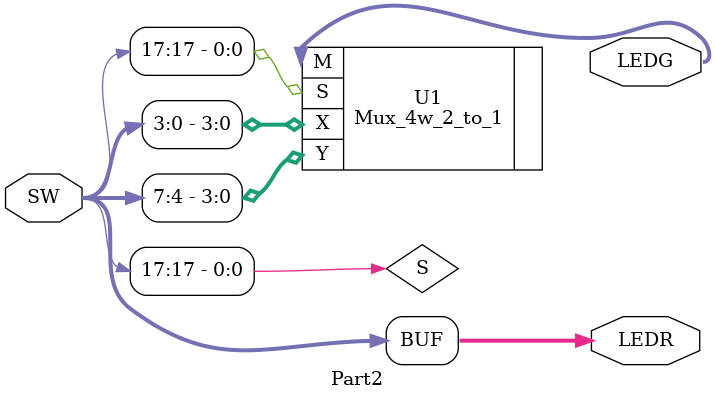
<source format=sv>

module Part2(SW, LEDR, LEDG);

//input/ output assignments.
	input [17:0] SW;
	output [17:0] LEDR;
	output [3:0] LEDG;
	
	wire S;
	
	assign S = SW[17];
	assign LEDR = SW;
	
//4 to 1 mux instatiation.	
	Mux_4w_2_to_1 U1(.S(S), .X(SW[3:0]), .Y(SW[7:4]), .M(LEDG[3:0]));
	
endmodule
</source>
